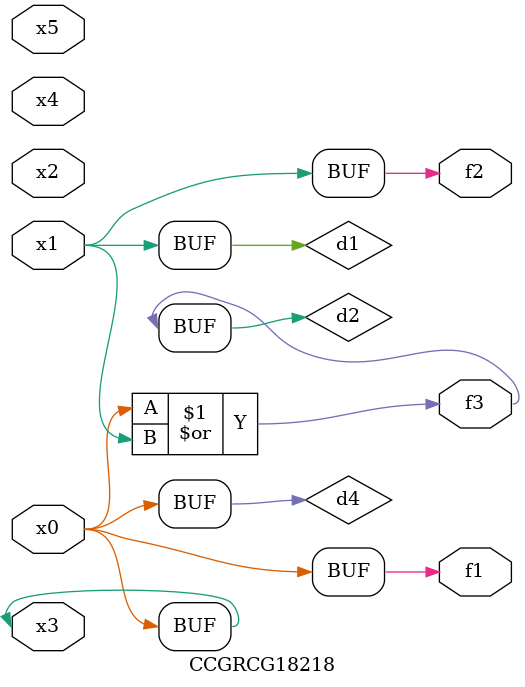
<source format=v>
module CCGRCG18218(
	input x0, x1, x2, x3, x4, x5,
	output f1, f2, f3
);

	wire d1, d2, d3, d4;

	and (d1, x1);
	or (d2, x0, x1);
	nand (d3, x0, x5);
	buf (d4, x0, x3);
	assign f1 = d4;
	assign f2 = d1;
	assign f3 = d2;
endmodule

</source>
